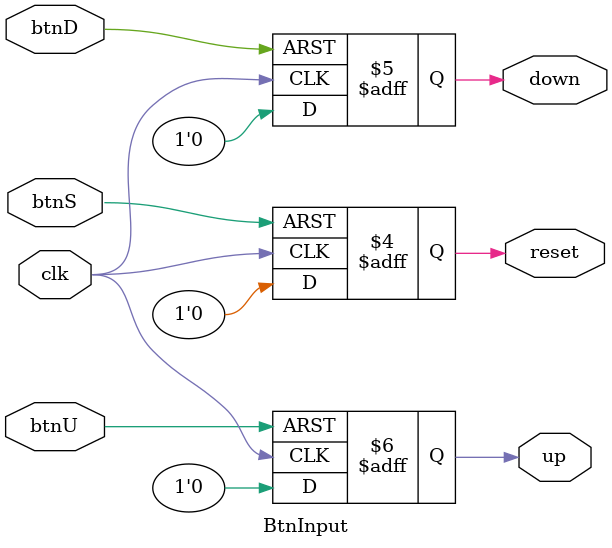
<source format=v>
`timescale 1ns / 1ps

module BtnInput(
   input clk,
	 input btnU, // player count up
   input btnD, // player count down
   input btnS, // reset game
   output reg up,
   output reg down,
   output reg reset
    );

	always @(posedge clk or posedge btnU) begin
		if (btnU)
			up <= 1;
		else
			up <= 0;
	end

	always @(posedge clk or posedge btnD) begin
		if (btnD)
			down <= 1;
		else
			down <= 0;
	end

  always @(posedge clk or posedge btnS) begin
    if (btnS)
      reset <= 1;
    else
      reset <= 0;
  end

endmodule

</source>
